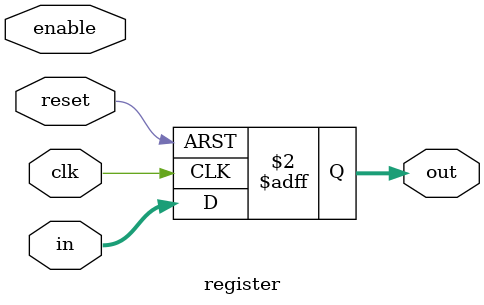
<source format=v>

module register (
    input clk,
    input reset,
    input enable,
    input [7:0] in,
    output reg [7:0] out 
);

always @(posedge clk or posedge reset) begin

    if(reset) 
    begin 
        out <= 8'b00000000;
    end 

    else if(clk) 
    begin 
        out <= in;
    end
end

endmodule
</source>
